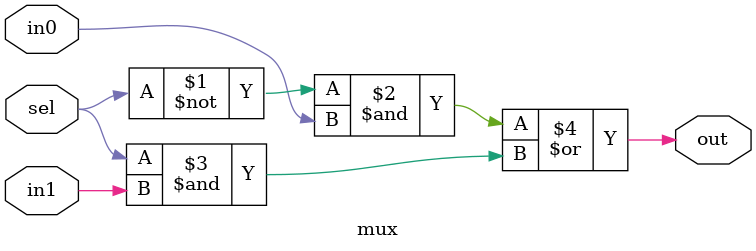
<source format=v>
`timescale 1ns / 1ps


module mux(input in0, in1, sel,output out);

assign out = (~sel & in0) | (sel & in1);

endmodule

</source>
